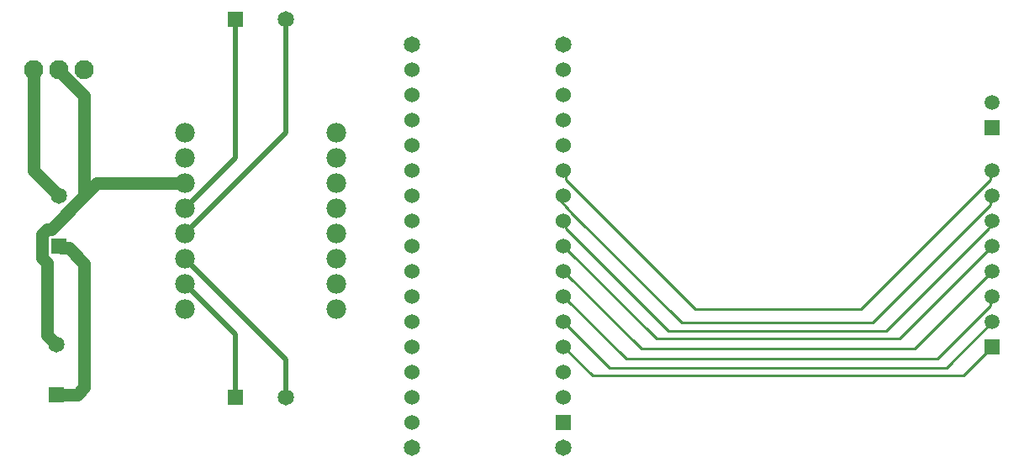
<source format=gtl>
G04*
G04 #@! TF.GenerationSoftware,Altium Limited,Altium Designer,24.3.1 (35)*
G04*
G04 Layer_Physical_Order=1*
G04 Layer_Color=255*
%FSLAX44Y44*%
%MOMM*%
G71*
G04*
G04 #@! TF.SameCoordinates,7EAC95E6-D10C-43C9-9056-5E7D675A08E9*
G04*
G04*
G04 #@! TF.FilePolarity,Positive*
G04*
G01*
G75*
%ADD12C,0.2540*%
%ADD23C,1.2700*%
%ADD24C,0.5080*%
%ADD25R,1.5000X1.5000*%
%ADD26C,1.5000*%
%ADD27R,1.5240X1.5240*%
%ADD28C,1.5240*%
%ADD29C,1.6510*%
%ADD30C,1.9800*%
%ADD31R,1.6500X1.6500*%
%ADD32C,1.6500*%
%ADD33C,1.9304*%
%ADD34R,1.6500X1.6500*%
D12*
X1195973Y598874D02*
G03*
X1195952Y598897I-7893J-7157D01*
G01*
X1326642Y495046D02*
X1493012D01*
X1193800Y635000D02*
X1195786Y633014D01*
Y625902D02*
Y633014D01*
Y625902D02*
X1326642Y495046D01*
X1312560Y481584D02*
X1504950D01*
X1623826Y607826D02*
X1625600Y609600D01*
X1623826Y600460D02*
Y607826D01*
X1504950Y481584D02*
X1623826Y600460D01*
X1493012Y495046D02*
X1623826Y625860D01*
Y633226D01*
X1625600Y635000D01*
X1623826Y506226D02*
X1625600Y508000D01*
X1623826Y498860D02*
Y506226D01*
X1256538Y445262D02*
X1570228D01*
X1623826Y498860D01*
X1193800Y457200D02*
X1222756Y428244D01*
X1596644D01*
X1625600Y457200D01*
X1240282Y436118D02*
X1579118D01*
X1193800Y482600D02*
X1240282Y436118D01*
X1579118D02*
X1625600Y482600D01*
X1193800Y508000D02*
X1256538Y445262D01*
X1193800Y533400D02*
X1271778Y455422D01*
X1547622D02*
X1625600Y533400D01*
X1271778Y455422D02*
X1547622D01*
X1193800Y558800D02*
X1287272Y465328D01*
X1532128D01*
X1625600Y558800D01*
X1193800Y584200D02*
X1196230Y581770D01*
X1299210Y473202D02*
X1518158D01*
X1621921Y577149D02*
X1625600Y580828D01*
Y584200D01*
X1196230Y576182D02*
X1299210Y473202D01*
X1196230Y576182D02*
Y581770D01*
X1621921Y576965D02*
Y577149D01*
X1518158Y473202D02*
X1621921Y576965D01*
X1190824Y606624D02*
X1193800Y609600D01*
X1195973Y598874D02*
X1197709Y596944D01*
X1190824Y604520D02*
Y606624D01*
Y604520D02*
X1195952Y598897D01*
X1202276Y591869D02*
X1312560Y481584D01*
X1197709Y596944D02*
X1202276Y591869D01*
D23*
X711200Y609600D02*
X723900Y622300D01*
X685800Y735778D02*
Y736600D01*
X711200Y609600D02*
Y710378D01*
X685800Y735778D02*
X711200Y710378D01*
X677540Y575940D02*
X711200Y609600D01*
X668660Y570732D02*
X673868Y575940D01*
X723900Y622300D02*
X812800D01*
X673868Y575940D02*
X677540D01*
X668660Y546868D02*
Y570732D01*
Y546868D02*
X673608Y541920D01*
Y469392D02*
Y541920D01*
X683260Y408940D02*
X703761D01*
X711200Y416380D02*
Y541336D01*
X703761Y408940D02*
X711200Y416380D01*
X695636Y556900D02*
X711200Y541336D01*
X687700Y556900D02*
X695636D01*
X685800Y558800D02*
X687700Y556900D01*
X673608Y469392D02*
X683260Y459740D01*
X660400Y635000D02*
Y736600D01*
Y635000D02*
X685800Y609600D01*
D24*
X812800Y520700D02*
X863600Y469900D01*
Y406400D02*
Y469900D01*
X812800Y546100D02*
X914400Y444500D01*
Y406400D02*
Y444500D01*
X812800Y571500D02*
X914400Y673100D01*
Y787400D01*
X863600Y647700D02*
Y787400D01*
X812800Y596900D02*
X863600Y647700D01*
D25*
X1625600Y678180D02*
D03*
Y457200D02*
D03*
D26*
Y703580D02*
D03*
Y635000D02*
D03*
Y609600D02*
D03*
Y584200D02*
D03*
Y558800D02*
D03*
Y533400D02*
D03*
Y508000D02*
D03*
Y482600D02*
D03*
D27*
X1193800Y381000D02*
D03*
D28*
Y406400D02*
D03*
Y431800D02*
D03*
Y457200D02*
D03*
Y482600D02*
D03*
Y508000D02*
D03*
Y533400D02*
D03*
Y558800D02*
D03*
Y584200D02*
D03*
Y609600D02*
D03*
Y635000D02*
D03*
Y660400D02*
D03*
Y685800D02*
D03*
Y711200D02*
D03*
Y736600D02*
D03*
X1041400D02*
D03*
Y711200D02*
D03*
Y685800D02*
D03*
Y660400D02*
D03*
Y635000D02*
D03*
Y609600D02*
D03*
Y584200D02*
D03*
Y558800D02*
D03*
Y533400D02*
D03*
Y508000D02*
D03*
Y482600D02*
D03*
Y457200D02*
D03*
Y431800D02*
D03*
Y406400D02*
D03*
Y381000D02*
D03*
D29*
X1193800Y355600D02*
D03*
X1041400D02*
D03*
Y762000D02*
D03*
X1193800D02*
D03*
D30*
X965200Y495300D02*
D03*
Y520700D02*
D03*
Y546100D02*
D03*
Y571500D02*
D03*
Y596900D02*
D03*
Y622300D02*
D03*
Y647700D02*
D03*
Y673100D02*
D03*
X812800D02*
D03*
Y647700D02*
D03*
Y622300D02*
D03*
Y596900D02*
D03*
Y571500D02*
D03*
Y546100D02*
D03*
Y520700D02*
D03*
Y495300D02*
D03*
D31*
X863600Y787400D02*
D03*
Y406400D02*
D03*
D32*
X914400Y787400D02*
D03*
Y406400D02*
D03*
X685800Y609600D02*
D03*
X683260Y459740D02*
D03*
D33*
X711200Y736600D02*
D03*
X685800D02*
D03*
X660400D02*
D03*
D34*
X685800Y558800D02*
D03*
X683260Y408940D02*
D03*
M02*

</source>
